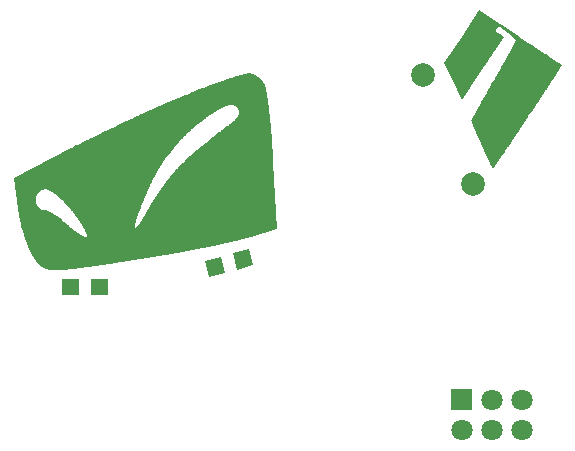
<source format=gts>
G04 Layer: TopSolderMaskLayer*
G04 EasyEDA v6.1.51, Thu, 20 Jun 2019 01:18:00 GMT*
G04 13a2db1834074896a0e2ff3160756fa7,fc2bddda97e04f84aaf3dc2e9cb20b51,10*
G04 Gerber Generator version 0.2*
G04 Scale: 100 percent, Rotated: No, Reflected: No *
G04 Dimensions in millimeters *
G04 leading zeros omitted , absolute positions ,3 integer and 3 decimal *
%FSLAX33Y33*%
%MOMM*%
G90*
G71D02*

%ADD18C,2.003196*%
%ADD19C,1.803197*%

%LPD*%

%LPD*%
G36*
G01X45239Y40945D02*
G01X41746Y43252D01*
G01X40259Y41021D01*
G01X38771Y38789D01*
G01X39543Y37284D01*
G01X40263Y35692D01*
G01X41885Y38092D01*
G01X41987Y38244D01*
G01X42089Y38394D01*
G01X42239Y38616D01*
G01X42288Y38689D01*
G01X42337Y38761D01*
G01X42385Y38833D01*
G01X42433Y38904D01*
G01X42480Y38974D01*
G01X42527Y39043D01*
G01X42573Y39112D01*
G01X42619Y39180D01*
G01X42664Y39247D01*
G01X42709Y39313D01*
G01X42753Y39378D01*
G01X42796Y39442D01*
G01X42838Y39505D01*
G01X42880Y39567D01*
G01X42921Y39628D01*
G01X42961Y39688D01*
G01X43001Y39746D01*
G01X43039Y39804D01*
G01X43077Y39860D01*
G01X43114Y39914D01*
G01X43150Y39968D01*
G01X43185Y40020D01*
G01X43219Y40070D01*
G01X43252Y40119D01*
G01X43284Y40167D01*
G01X43315Y40213D01*
G01X43344Y40257D01*
G01X43373Y40300D01*
G01X43401Y40341D01*
G01X43427Y40380D01*
G01X43452Y40418D01*
G01X43477Y40454D01*
G01X43499Y40488D01*
G01X43521Y40520D01*
G01X43541Y40550D01*
G01X43560Y40579D01*
G01X43578Y40605D01*
G01X43594Y40629D01*
G01X43609Y40652D01*
G01X43622Y40672D01*
G01X43644Y40705D01*
G01X43653Y40719D01*
G01X43661Y40730D01*
G01X43667Y40739D01*
G01X43827Y40987D01*
G01X43472Y41248D01*
G01X43391Y41308D01*
G01X43324Y41358D01*
G01X43270Y41402D01*
G01X43229Y41439D01*
G01X43200Y41472D01*
G01X43182Y41503D01*
G01X43176Y41533D01*
G01X43179Y41563D01*
G01X43191Y41596D01*
G01X43213Y41632D01*
G01X43242Y41675D01*
G01X43279Y41724D01*
G01X43441Y41939D01*
G01X44174Y41328D01*
G01X44906Y40718D01*
G01X44643Y40254D01*
G01X44635Y40240D01*
G01X44626Y40224D01*
G01X44616Y40206D01*
G01X44604Y40186D01*
G01X44592Y40165D01*
G01X44579Y40141D01*
G01X44564Y40115D01*
G01X44548Y40088D01*
G01X44532Y40058D01*
G01X44514Y40027D01*
G01X44495Y39995D01*
G01X44476Y39960D01*
G01X44455Y39924D01*
G01X44433Y39886D01*
G01X44411Y39846D01*
G01X44387Y39805D01*
G01X44363Y39762D01*
G01X44338Y39718D01*
G01X44312Y39672D01*
G01X44285Y39625D01*
G01X44257Y39576D01*
G01X44229Y39526D01*
G01X44199Y39475D01*
G01X44169Y39422D01*
G01X44139Y39368D01*
G01X44107Y39313D01*
G01X44075Y39256D01*
G01X44042Y39198D01*
G01X44008Y39139D01*
G01X43974Y39079D01*
G01X43939Y39018D01*
G01X43904Y38956D01*
G01X43867Y38892D01*
G01X43831Y38828D01*
G01X43794Y38763D01*
G01X43756Y38697D01*
G01X43718Y38629D01*
G01X43679Y38561D01*
G01X43639Y38492D01*
G01X43600Y38423D01*
G01X43559Y38352D01*
G01X43519Y38281D01*
G01X43478Y38209D01*
G01X43436Y38136D01*
G01X43395Y38063D01*
G01X43352Y37989D01*
G01X43310Y37914D01*
G01X43224Y37764D01*
G01X43181Y37688D01*
G01X43049Y37457D01*
G01X43005Y37379D01*
G01X42915Y37223D01*
G01X42871Y37144D01*
G01X42781Y36986D01*
G01X42735Y36907D01*
G01X42683Y36816D01*
G01X42632Y36725D01*
G01X42581Y36635D01*
G01X42530Y36546D01*
G01X42480Y36457D01*
G01X42430Y36369D01*
G01X42380Y36282D01*
G01X42332Y36196D01*
G01X42236Y36026D01*
G01X42189Y35943D01*
G01X42097Y35779D01*
G01X42052Y35699D01*
G01X42007Y35620D01*
G01X41921Y35466D01*
G01X41879Y35391D01*
G01X41838Y35317D01*
G01X41797Y35244D01*
G01X41758Y35173D01*
G01X41719Y35104D01*
G01X41681Y35035D01*
G01X41645Y34969D01*
G01X41609Y34904D01*
G01X41574Y34841D01*
G01X41540Y34779D01*
G01X41507Y34719D01*
G01X41475Y34661D01*
G01X41444Y34605D01*
G01X41415Y34551D01*
G01X41386Y34498D01*
G01X41359Y34448D01*
G01X41333Y34399D01*
G01X41308Y34353D01*
G01X41284Y34309D01*
G01X41261Y34266D01*
G01X41240Y34226D01*
G01X41220Y34189D01*
G01X41202Y34153D01*
G01X41184Y34120D01*
G01X41168Y34089D01*
G01X41141Y34035D01*
G01X41129Y34012D01*
G01X41119Y33991D01*
G01X41110Y33972D01*
G01X41103Y33957D01*
G01X41097Y33944D01*
G01X41093Y33933D01*
G01X41091Y33926D01*
G01X41090Y33921D01*
G01X41091Y33913D01*
G01X41094Y33901D01*
G01X41099Y33884D01*
G01X41105Y33863D01*
G01X41114Y33839D01*
G01X41124Y33811D01*
G01X41136Y33779D01*
G01X41150Y33743D01*
G01X41165Y33704D01*
G01X41182Y33662D01*
G01X41200Y33617D01*
G01X41220Y33569D01*
G01X41241Y33517D01*
G01X41264Y33463D01*
G01X41287Y33407D01*
G01X41312Y33348D01*
G01X41338Y33286D01*
G01X41365Y33222D01*
G01X41393Y33156D01*
G01X41422Y33088D01*
G01X41452Y33018D01*
G01X41483Y32946D01*
G01X41515Y32873D01*
G01X41548Y32798D01*
G01X41581Y32722D01*
G01X41615Y32644D01*
G01X41649Y32565D01*
G01X41684Y32485D01*
G01X41720Y32405D01*
G01X41755Y32323D01*
G01X41792Y32241D01*
G01X41828Y32158D01*
G01X41865Y32075D01*
G01X41902Y31991D01*
G01X41939Y31908D01*
G01X41977Y31824D01*
G01X42014Y31741D01*
G01X42051Y31657D01*
G01X42089Y31574D01*
G01X42163Y31410D01*
G01X42199Y31328D01*
G01X42236Y31248D01*
G01X42272Y31169D01*
G01X42307Y31090D01*
G01X42343Y31013D01*
G01X42377Y30937D01*
G01X42411Y30863D01*
G01X42445Y30790D01*
G01X42477Y30719D01*
G01X42510Y30649D01*
G01X42541Y30582D01*
G01X42571Y30517D01*
G01X42601Y30454D01*
G01X42629Y30393D01*
G01X42657Y30335D01*
G01X42683Y30279D01*
G01X42708Y30226D01*
G01X42732Y30176D01*
G01X42755Y30128D01*
G01X42777Y30084D01*
G01X42797Y30043D01*
G01X42816Y30006D01*
G01X42833Y29971D01*
G01X42849Y29941D01*
G01X42863Y29914D01*
G01X42876Y29891D01*
G01X42887Y29871D01*
G01X42896Y29856D01*
G01X42904Y29845D01*
G01X42909Y29839D01*
G01X42913Y29837D01*
G01X42915Y29838D01*
G01X42918Y29840D01*
G01X42922Y29845D01*
G01X42927Y29851D01*
G01X42933Y29860D01*
G01X42941Y29869D01*
G01X42950Y29881D01*
G01X42960Y29894D01*
G01X42971Y29909D01*
G01X42983Y29926D01*
G01X42996Y29945D01*
G01X43010Y29964D01*
G01X43025Y29986D01*
G01X43041Y30009D01*
G01X43059Y30034D01*
G01X43077Y30060D01*
G01X43096Y30088D01*
G01X43117Y30117D01*
G01X43138Y30148D01*
G01X43160Y30180D01*
G01X43183Y30213D01*
G01X43207Y30248D01*
G01X43232Y30284D01*
G01X43258Y30322D01*
G01X43284Y30361D01*
G01X43312Y30401D01*
G01X43340Y30443D01*
G01X43370Y30486D01*
G01X43400Y30530D01*
G01X43430Y30575D01*
G01X43462Y30621D01*
G01X43494Y30669D01*
G01X43527Y30718D01*
G01X43561Y30768D01*
G01X43596Y30819D01*
G01X43631Y30871D01*
G01X43667Y30924D01*
G01X43704Y30978D01*
G01X43741Y31034D01*
G01X43779Y31090D01*
G01X43818Y31147D01*
G01X43857Y31205D01*
G01X43897Y31264D01*
G01X43937Y31324D01*
G01X43978Y31385D01*
G01X44020Y31447D01*
G01X44062Y31510D01*
G01X44105Y31573D01*
G01X44148Y31637D01*
G01X44192Y31702D01*
G01X44236Y31768D01*
G01X44281Y31834D01*
G01X44326Y31902D01*
G01X44371Y31969D01*
G01X44417Y32038D01*
G01X44464Y32107D01*
G01X44510Y32177D01*
G01X44558Y32247D01*
G01X44605Y32318D01*
G01X44701Y32462D01*
G01X44848Y32681D01*
G01X44898Y32755D01*
G01X44947Y32830D01*
G01X44997Y32905D01*
G01X45048Y32980D01*
G01X45098Y33055D01*
G01X45200Y33207D01*
G01X45353Y33438D01*
G01X45457Y33592D01*
G01X45508Y33670D01*
G01X45872Y34216D01*
G01X45924Y34295D01*
G01X46236Y34763D01*
G01X46287Y34841D01*
G01X46339Y34918D01*
G01X46390Y34995D01*
G01X46441Y35073D01*
G01X46492Y35149D01*
G01X46543Y35226D01*
G01X46594Y35302D01*
G01X46694Y35454D01*
G01X46794Y35604D01*
G01X46843Y35679D01*
G01X46892Y35753D01*
G01X46941Y35826D01*
G01X46989Y35900D01*
G01X47038Y35972D01*
G01X47085Y36045D01*
G01X47133Y36116D01*
G01X47180Y36187D01*
G01X47226Y36258D01*
G01X47273Y36328D01*
G01X47318Y36397D01*
G01X47364Y36466D01*
G01X47409Y36534D01*
G01X47453Y36602D01*
G01X47541Y36734D01*
G01X47584Y36799D01*
G01X47626Y36864D01*
G01X47668Y36927D01*
G01X47709Y36990D01*
G01X47750Y37052D01*
G01X47830Y37174D01*
G01X47869Y37233D01*
G01X47945Y37349D01*
G01X47982Y37405D01*
G01X48018Y37461D01*
G01X48054Y37516D01*
G01X48089Y37569D01*
G01X48157Y37673D01*
G01X48190Y37723D01*
G01X48222Y37772D01*
G01X48253Y37820D01*
G01X48283Y37867D01*
G01X48313Y37912D01*
G01X48342Y37957D01*
G01X48370Y38000D01*
G01X48397Y38042D01*
G01X48449Y38122D01*
G01X48473Y38160D01*
G01X48497Y38196D01*
G01X48520Y38232D01*
G01X48541Y38266D01*
G01X48562Y38298D01*
G01X48582Y38329D01*
G01X48601Y38359D01*
G01X48619Y38387D01*
G01X48636Y38413D01*
G01X48651Y38439D01*
G01X48666Y38462D01*
G01X48680Y38484D01*
G01X48693Y38504D01*
G01X48704Y38523D01*
G01X48715Y38540D01*
G01X48724Y38556D01*
G01X48732Y38570D01*
G01X48739Y38582D01*
G01X48745Y38592D01*
G01X48750Y38601D01*
G01X48754Y38608D01*
G01X48756Y38613D01*
G01X48757Y38616D01*
G01X48757Y38618D01*
G01X48755Y38619D01*
G01X48746Y38625D01*
G01X48739Y38630D01*
G01X48729Y38637D01*
G01X48718Y38644D01*
G01X48704Y38653D01*
G01X48689Y38663D01*
G01X48672Y38675D01*
G01X48653Y38687D01*
G01X48632Y38701D01*
G01X48610Y38716D01*
G01X48586Y38732D01*
G01X48560Y38749D01*
G01X48532Y38767D01*
G01X48503Y38787D01*
G01X48472Y38807D01*
G01X48439Y38829D01*
G01X48405Y38852D01*
G01X48369Y38876D01*
G01X48331Y38900D01*
G01X48292Y38926D01*
G01X48252Y38953D01*
G01X48210Y38981D01*
G01X48167Y39009D01*
G01X48122Y39039D01*
G01X48028Y39101D01*
G01X47928Y39167D01*
G01X47876Y39202D01*
G01X47823Y39237D01*
G01X47769Y39273D01*
G01X47713Y39310D01*
G01X47656Y39347D01*
G01X47598Y39386D01*
G01X47539Y39425D01*
G01X47417Y39505D01*
G01X47354Y39547D01*
G01X47290Y39589D01*
G01X47225Y39632D01*
G01X47159Y39676D01*
G01X47092Y39720D01*
G01X47025Y39765D01*
G01X46956Y39810D01*
G01X46886Y39857D01*
G01X46815Y39903D01*
G01X46743Y39951D01*
G01X46597Y40047D01*
G01X46523Y40097D01*
G01X46448Y40146D01*
G01X46372Y40196D01*
G01X46218Y40298D01*
G01X46060Y40402D01*
G01X45981Y40455D01*
G01X45901Y40508D01*
G01X45820Y40561D01*
G01X45739Y40615D01*
G01X45657Y40669D01*
G01X45574Y40723D01*
G01X45491Y40778D01*
G01X45407Y40834D01*
G01X45323Y40889D01*
G01X45239Y40945D01*
G37*

%LPD*%
G36*
G01X22296Y37916D02*
G01X22239Y37918D01*
G01X22203Y37916D01*
G01X22182Y37914D01*
G01X22160Y37912D01*
G01X22137Y37909D01*
G01X22112Y37905D01*
G01X22086Y37901D01*
G01X22059Y37897D01*
G01X22030Y37892D01*
G01X22001Y37886D01*
G01X21970Y37880D01*
G01X21937Y37873D01*
G01X21904Y37865D01*
G01X21869Y37858D01*
G01X21833Y37849D01*
G01X21796Y37840D01*
G01X21758Y37830D01*
G01X21719Y37821D01*
G01X21678Y37810D01*
G01X21636Y37799D01*
G01X21594Y37787D01*
G01X21550Y37775D01*
G01X21505Y37763D01*
G01X21458Y37749D01*
G01X21412Y37736D01*
G01X21363Y37722D01*
G01X21314Y37707D01*
G01X21264Y37693D01*
G01X21213Y37677D01*
G01X21161Y37661D01*
G01X21108Y37645D01*
G01X21054Y37628D01*
G01X20999Y37611D01*
G01X20943Y37593D01*
G01X20886Y37575D01*
G01X20829Y37556D01*
G01X20770Y37538D01*
G01X20711Y37518D01*
G01X20651Y37499D01*
G01X20590Y37478D01*
G01X20528Y37458D01*
G01X20465Y37437D01*
G01X20402Y37415D01*
G01X20338Y37393D01*
G01X20273Y37372D01*
G01X20141Y37326D01*
G01X20074Y37303D01*
G01X20006Y37279D01*
G01X19868Y37231D01*
G01X19799Y37206D01*
G01X19729Y37182D01*
G01X19658Y37156D01*
G01X19514Y37104D01*
G01X19441Y37078D01*
G01X19368Y37051D01*
G01X19294Y37025D01*
G01X19145Y36970D01*
G01X19070Y36942D01*
G01X18994Y36914D01*
G01X18918Y36885D01*
G01X18841Y36857D01*
G01X18764Y36828D01*
G01X18609Y36769D01*
G01X18530Y36740D01*
G01X18452Y36710D01*
G01X18293Y36649D01*
G01X18053Y36556D01*
G01X17891Y36493D01*
G01X17729Y36429D01*
G01X17647Y36397D01*
G01X17566Y36365D01*
G01X17483Y36332D01*
G01X17402Y36300D01*
G01X17236Y36234D01*
G01X17154Y36200D01*
G01X16906Y36100D01*
G01X16823Y36065D01*
G01X16657Y35997D01*
G01X16610Y35978D01*
G01X16563Y35958D01*
G01X16467Y35919D01*
G01X16419Y35898D01*
G01X16322Y35858D01*
G01X16222Y35816D01*
G01X16122Y35773D01*
G01X16071Y35752D01*
G01X15969Y35708D01*
G01X15917Y35687D01*
G01X15865Y35664D01*
G01X15813Y35642D01*
G01X15760Y35619D01*
G01X15707Y35597D01*
G01X15654Y35574D01*
G01X15601Y35550D01*
G01X15493Y35504D01*
G01X15439Y35480D01*
G01X15274Y35409D01*
G01X15218Y35384D01*
G01X15163Y35360D01*
G01X15107Y35335D01*
G01X15051Y35311D01*
G01X14938Y35261D01*
G01X14881Y35236D01*
G01X14709Y35160D01*
G01X14651Y35134D01*
G01X14593Y35109D01*
G01X14535Y35083D01*
G01X14476Y35057D01*
G01X14418Y35031D01*
G01X14359Y35004D01*
G01X14300Y34978D01*
G01X14241Y34951D01*
G01X14181Y34925D01*
G01X14122Y34898D01*
G01X14062Y34872D01*
G01X14003Y34845D01*
G01X13943Y34817D01*
G01X13882Y34790D01*
G01X13701Y34708D01*
G01X13579Y34653D01*
G01X13457Y34597D01*
G01X13395Y34569D01*
G01X13335Y34541D01*
G01X13273Y34514D01*
G01X13211Y34486D01*
G01X13150Y34457D01*
G01X12840Y34315D01*
G01X12777Y34286D01*
G01X12715Y34257D01*
G01X12653Y34229D01*
G01X12465Y34142D01*
G01X12402Y34113D01*
G01X12340Y34084D01*
G01X12277Y34054D01*
G01X12214Y34025D01*
G01X12152Y33996D01*
G01X12089Y33967D01*
G01X12026Y33937D01*
G01X11900Y33879D01*
G01X11838Y33850D01*
G01X11712Y33791D01*
G01X11649Y33761D01*
G01X11523Y33702D01*
G01X11461Y33672D01*
G01X11398Y33642D01*
G01X11336Y33613D01*
G01X11210Y33553D01*
G01X11148Y33524D01*
G01X11085Y33494D01*
G01X10960Y33435D01*
G01X10897Y33405D01*
G01X10835Y33376D01*
G01X10711Y33316D01*
G01X10648Y33286D01*
G01X10586Y33257D01*
G01X10462Y33197D01*
G01X10401Y33168D01*
G01X10339Y33138D01*
G01X10216Y33079D01*
G01X10154Y33049D01*
G01X9850Y32902D01*
G01X9668Y32813D01*
G01X9488Y32726D01*
G01X9429Y32696D01*
G01X9310Y32639D01*
G01X9133Y32552D01*
G01X8959Y32465D01*
G01X8900Y32436D01*
G01X8728Y32351D01*
G01X8614Y32295D01*
G01X8557Y32266D01*
G01X8389Y32182D01*
G01X8334Y32154D01*
G01X8223Y32098D01*
G01X8168Y32071D01*
G01X8059Y32016D01*
G01X8006Y31989D01*
G01X7952Y31962D01*
G01X7898Y31934D01*
G01X7845Y31907D01*
G01X7793Y31881D01*
G01X7740Y31854D01*
G01X7688Y31827D01*
G01X7636Y31801D01*
G01X7482Y31722D01*
G01X7381Y31670D01*
G01X7331Y31644D01*
G01X7282Y31618D01*
G01X7232Y31593D01*
G01X7184Y31567D01*
G01X2342Y29047D01*
G01X2701Y26433D01*
G01X2709Y26369D01*
G01X2719Y26305D01*
G01X2728Y26241D01*
G01X2750Y26111D01*
G01X2761Y26045D01*
G01X2797Y25847D01*
G01X2810Y25779D01*
G01X2823Y25713D01*
G01X2837Y25645D01*
G01X2866Y25511D01*
G01X2880Y25444D01*
G01X2896Y25376D01*
G01X2927Y25241D01*
G01X2960Y25106D01*
G01X2977Y25038D01*
G01X2994Y24971D01*
G01X3047Y24770D01*
G01X3065Y24703D01*
G01X3103Y24570D01*
G01X3141Y24438D01*
G01X3181Y24308D01*
G01X3200Y24243D01*
G01X3241Y24115D01*
G01X3261Y24052D01*
G01X3303Y23927D01*
G01X3324Y23865D01*
G01X3346Y23804D01*
G01X3367Y23743D01*
G01X3388Y23683D01*
G01X3432Y23565D01*
G01X3454Y23507D01*
G01X3476Y23450D01*
G01X3520Y23338D01*
G01X3542Y23283D01*
G01X3565Y23229D01*
G01X3587Y23176D01*
G01X3609Y23124D01*
G01X3632Y23072D01*
G01X3654Y23022D01*
G01X3677Y22973D01*
G01X3699Y22924D01*
G01X3722Y22877D01*
G01X3744Y22831D01*
G01X3767Y22785D01*
G01X3790Y22741D01*
G01X3812Y22698D01*
G01X3834Y22656D01*
G01X3857Y22615D01*
G01X3880Y22576D01*
G01X3902Y22537D01*
G01X3946Y22465D01*
G01X3969Y22431D01*
G01X4003Y22378D01*
G01X4036Y22328D01*
G01X4070Y22279D01*
G01X4103Y22231D01*
G01X4135Y22184D01*
G01X4199Y22094D01*
G01X4231Y22052D01*
G01X4262Y22010D01*
G01X4294Y21969D01*
G01X4325Y21930D01*
G01X4387Y21856D01*
G01X4418Y21821D01*
G01X4450Y21787D01*
G01X4481Y21754D01*
G01X4513Y21722D01*
G01X4545Y21691D01*
G01X4577Y21661D01*
G01X4609Y21633D01*
G01X4642Y21605D01*
G01X4675Y21579D01*
G01X4709Y21554D01*
G01X4743Y21530D01*
G01X4777Y21507D01*
G01X4813Y21485D01*
G01X4849Y21464D01*
G01X4885Y21444D01*
G01X4923Y21425D01*
G01X4961Y21408D01*
G01X5000Y21390D01*
G01X5039Y21375D01*
G01X5080Y21360D01*
G01X5122Y21346D01*
G01X5165Y21333D01*
G01X5209Y21321D01*
G01X5253Y21310D01*
G01X5299Y21300D01*
G01X5395Y21282D01*
G01X5445Y21275D01*
G01X5496Y21268D01*
G01X5548Y21262D01*
G01X5602Y21257D01*
G01X5657Y21253D01*
G01X5714Y21250D01*
G01X5772Y21248D01*
G01X5832Y21246D01*
G01X5894Y21245D01*
G01X5957Y21245D01*
G01X6022Y21246D01*
G01X6089Y21247D01*
G01X6158Y21249D01*
G01X6229Y21252D01*
G01X6301Y21255D01*
G01X6375Y21260D01*
G01X6452Y21265D01*
G01X6530Y21270D01*
G01X6611Y21277D01*
G01X6694Y21284D01*
G01X6779Y21291D01*
G01X6866Y21299D01*
G01X6956Y21308D01*
G01X7047Y21318D01*
G01X7142Y21327D01*
G01X7239Y21338D01*
G01X7338Y21349D01*
G01X7440Y21361D01*
G01X7544Y21374D01*
G01X7651Y21386D01*
G01X7760Y21400D01*
G01X7872Y21413D01*
G01X7912Y21418D01*
G01X7951Y21423D01*
G01X7991Y21428D01*
G01X8033Y21434D01*
G01X8074Y21439D01*
G01X8116Y21444D01*
G01X8160Y21450D01*
G01X8203Y21455D01*
G01X8247Y21461D01*
G01X8338Y21474D01*
G01X8384Y21480D01*
G01X8478Y21492D01*
G01X8575Y21506D01*
G01X8624Y21512D01*
G01X8674Y21519D01*
G01X8723Y21526D01*
G01X8825Y21540D01*
G01X8877Y21547D01*
G01X8930Y21555D01*
G01X8983Y21562D01*
G01X9036Y21570D01*
G01X9090Y21577D01*
G01X9145Y21585D01*
G01X9199Y21593D01*
G01X9423Y21625D01*
G01X9481Y21634D01*
G01X9597Y21650D01*
G01X9655Y21659D01*
G01X9714Y21668D01*
G01X9833Y21685D01*
G01X9893Y21694D01*
G01X10076Y21721D01*
G01X10138Y21730D01*
G01X10200Y21740D01*
G01X10324Y21758D01*
G01X10387Y21768D01*
G01X10514Y21787D01*
G01X10642Y21806D01*
G01X10837Y21836D01*
G01X11033Y21866D01*
G01X11099Y21877D01*
G01X11232Y21897D01*
G01X11299Y21908D01*
G01X11433Y21928D01*
G01X11636Y21960D01*
G01X11704Y21971D01*
G01X11771Y21981D01*
G01X11840Y21992D01*
G01X11908Y22003D01*
G01X12045Y22024D01*
G01X12528Y22101D01*
G01X12598Y22112D01*
G01X12667Y22123D01*
G01X12737Y22134D01*
G01X12876Y22156D01*
G01X12945Y22168D01*
G01X13224Y22213D01*
G01X13294Y22225D01*
G01X13363Y22236D01*
G01X13433Y22247D01*
G01X13502Y22259D01*
G01X13572Y22270D01*
G01X13641Y22281D01*
G01X13710Y22293D01*
G01X13780Y22304D01*
G01X13849Y22315D01*
G01X13918Y22327D01*
G01X13987Y22338D01*
G01X14056Y22350D01*
G01X14125Y22361D01*
G01X14194Y22373D01*
G01X14263Y22384D01*
G01X14331Y22396D01*
G01X14399Y22407D01*
G01X14467Y22419D01*
G01X14603Y22441D01*
G01X14671Y22453D01*
G01X14739Y22464D01*
G01X14806Y22475D01*
G01X14873Y22487D01*
G01X15007Y22509D01*
G01X15073Y22521D01*
G01X15272Y22555D01*
G01X15337Y22566D01*
G01X15532Y22600D01*
G01X15597Y22611D01*
G01X15725Y22633D01*
G01X15788Y22645D01*
G01X15933Y22670D01*
G01X16007Y22683D01*
G01X16226Y22722D01*
G01X16300Y22736D01*
G01X16447Y22762D01*
G01X16521Y22776D01*
G01X16595Y22789D01*
G01X16669Y22803D01*
G01X16965Y22857D01*
G01X17039Y22872D01*
G01X17114Y22885D01*
G01X17188Y22900D01*
G01X17262Y22913D01*
G01X17336Y22928D01*
G01X17632Y22984D01*
G01X17706Y22999D01*
G01X17780Y23013D01*
G01X17927Y23042D01*
G01X18000Y23057D01*
G01X18074Y23071D01*
G01X18147Y23086D01*
G01X18220Y23100D01*
G01X18293Y23115D01*
G01X18366Y23129D01*
G01X18438Y23143D01*
G01X18511Y23158D01*
G01X18583Y23173D01*
G01X18655Y23187D01*
G01X18799Y23217D01*
G01X18941Y23246D01*
G01X19012Y23260D01*
G01X19083Y23275D01*
G01X19223Y23305D01*
G01X19292Y23319D01*
G01X19362Y23333D01*
G01X19431Y23348D01*
G01X19500Y23362D01*
G01X19568Y23377D01*
G01X19636Y23391D01*
G01X19704Y23406D01*
G01X19771Y23420D01*
G01X19838Y23435D01*
G01X19905Y23449D01*
G01X19971Y23464D01*
G01X20037Y23478D01*
G01X20102Y23492D01*
G01X20167Y23507D01*
G01X20232Y23521D01*
G01X20296Y23535D01*
G01X20485Y23577D01*
G01X20609Y23605D01*
G01X20670Y23618D01*
G01X20730Y23633D01*
G01X20790Y23646D01*
G01X20849Y23660D01*
G01X20909Y23673D01*
G01X20967Y23687D01*
G01X21025Y23700D01*
G01X21082Y23714D01*
G01X21195Y23740D01*
G01X21250Y23754D01*
G01X21305Y23766D01*
G01X21359Y23779D01*
G01X21465Y23805D01*
G01X21517Y23818D01*
G01X21569Y23830D01*
G01X21619Y23843D01*
G01X21670Y23855D01*
G01X21719Y23868D01*
G01X21768Y23880D01*
G01X21816Y23892D01*
G01X21863Y23904D01*
G01X21955Y23928D01*
G01X22000Y23940D01*
G01X22044Y23951D01*
G01X22087Y23962D01*
G01X22130Y23974D01*
G01X22172Y23985D01*
G01X22292Y24018D01*
G01X22330Y24028D01*
G01X22368Y24039D01*
G01X22404Y24049D01*
G01X22440Y24060D01*
G01X22475Y24070D01*
G01X22509Y24080D01*
G01X22542Y24090D01*
G01X22574Y24100D01*
G01X22606Y24109D01*
G01X22635Y24118D01*
G01X22665Y24127D01*
G01X24621Y24751D01*
G01X24325Y30326D01*
G01X24321Y30415D01*
G01X24315Y30503D01*
G01X24311Y30591D01*
G01X24306Y30680D01*
G01X24291Y30943D01*
G01X24279Y31119D01*
G01X24269Y31293D01*
G01X24258Y31467D01*
G01X24251Y31553D01*
G01X24246Y31640D01*
G01X24234Y31812D01*
G01X24228Y31897D01*
G01X24222Y31983D01*
G01X24215Y32068D01*
G01X24209Y32152D01*
G01X24203Y32237D01*
G01X24197Y32321D01*
G01X24190Y32405D01*
G01X24184Y32488D01*
G01X24171Y32654D01*
G01X24157Y32818D01*
G01X24144Y32980D01*
G01X24137Y33061D01*
G01X24131Y33141D01*
G01X24123Y33221D01*
G01X24117Y33300D01*
G01X24110Y33379D01*
G01X24103Y33457D01*
G01X24095Y33535D01*
G01X24088Y33612D01*
G01X24067Y33840D01*
G01X24060Y33915D01*
G01X24052Y33989D01*
G01X24045Y34063D01*
G01X24038Y34136D01*
G01X24030Y34209D01*
G01X24023Y34280D01*
G01X24016Y34352D01*
G01X24008Y34423D01*
G01X24001Y34492D01*
G01X23993Y34562D01*
G01X23978Y34698D01*
G01X23971Y34765D01*
G01X23963Y34832D01*
G01X23956Y34897D01*
G01X23948Y34962D01*
G01X23941Y35026D01*
G01X23933Y35090D01*
G01X23925Y35152D01*
G01X23918Y35214D01*
G01X23910Y35275D01*
G01X23902Y35334D01*
G01X23895Y35394D01*
G01X23887Y35452D01*
G01X23880Y35510D01*
G01X23872Y35567D01*
G01X23865Y35622D01*
G01X23857Y35677D01*
G01X23850Y35731D01*
G01X23842Y35784D01*
G01X23834Y35836D01*
G01X23827Y35887D01*
G01X23819Y35937D01*
G01X23811Y35986D01*
G01X23804Y36034D01*
G01X23796Y36082D01*
G01X23789Y36127D01*
G01X23782Y36173D01*
G01X23774Y36217D01*
G01X23767Y36260D01*
G01X23759Y36302D01*
G01X23752Y36343D01*
G01X23744Y36382D01*
G01X23737Y36421D01*
G01X23730Y36459D01*
G01X23722Y36495D01*
G01X23715Y36530D01*
G01X23708Y36564D01*
G01X23701Y36597D01*
G01X23693Y36629D01*
G01X23686Y36660D01*
G01X23672Y36718D01*
G01X23665Y36745D01*
G01X23651Y36795D01*
G01X23644Y36818D01*
G01X23637Y36840D01*
G01X23631Y36860D01*
G01X23624Y36880D01*
G01X23617Y36898D01*
G01X23610Y36915D01*
G01X23584Y36974D01*
G01X23555Y37033D01*
G01X23523Y37090D01*
G01X23489Y37146D01*
G01X23452Y37201D01*
G01X23413Y37255D01*
G01X23372Y37308D01*
G01X23329Y37358D01*
G01X23284Y37408D01*
G01X23237Y37455D01*
G01X23189Y37501D01*
G01X23138Y37545D01*
G01X23087Y37587D01*
G01X23035Y37627D01*
G01X22981Y37665D01*
G01X22926Y37701D01*
G01X22870Y37734D01*
G01X22814Y37765D01*
G01X22757Y37793D01*
G01X22699Y37819D01*
G01X22642Y37841D01*
G01X22584Y37862D01*
G01X22526Y37879D01*
G01X22468Y37893D01*
G01X22410Y37904D01*
G01X22353Y37912D01*
G01X22296Y37916D01*
G37*

%LPC*%
G36*
G01X5065Y28085D02*
G01X5036Y28086D01*
G01X4979Y28084D01*
G01X4924Y28078D01*
G01X4870Y28068D01*
G01X4817Y28055D01*
G01X4765Y28038D01*
G01X4715Y28017D01*
G01X4666Y27994D01*
G01X4619Y27967D01*
G01X4575Y27937D01*
G01X4531Y27904D01*
G01X4491Y27869D01*
G01X4452Y27831D01*
G01X4416Y27790D01*
G01X4382Y27747D01*
G01X4351Y27702D01*
G01X4323Y27655D01*
G01X4297Y27606D01*
G01X4274Y27554D01*
G01X4255Y27502D01*
G01X4239Y27448D01*
G01X4226Y27392D01*
G01X4217Y27335D01*
G01X4211Y27277D01*
G01X4209Y27218D01*
G01X4212Y27147D01*
G01X4218Y27077D01*
G01X4229Y27009D01*
G01X4244Y26944D01*
G01X4264Y26880D01*
G01X4286Y26819D01*
G01X4312Y26761D01*
G01X4342Y26706D01*
G01X4375Y26653D01*
G01X4411Y26604D01*
G01X4450Y26559D01*
G01X4491Y26517D01*
G01X4535Y26480D01*
G01X4581Y26446D01*
G01X4629Y26418D01*
G01X4679Y26394D01*
G01X4731Y26374D01*
G01X4785Y26361D01*
G01X4840Y26352D01*
G01X4896Y26349D01*
G01X4925Y26348D01*
G01X4956Y26345D01*
G01X4989Y26340D01*
G01X5024Y26333D01*
G01X5061Y26324D01*
G01X5099Y26312D01*
G01X5139Y26300D01*
G01X5181Y26285D01*
G01X5223Y26268D01*
G01X5268Y26250D01*
G01X5313Y26230D01*
G01X5360Y26208D01*
G01X5408Y26185D01*
G01X5457Y26160D01*
G01X5508Y26134D01*
G01X5560Y26106D01*
G01X5611Y26076D01*
G01X5665Y26046D01*
G01X5719Y26014D01*
G01X5773Y25980D01*
G01X5829Y25945D01*
G01X5885Y25909D01*
G01X5941Y25872D01*
G01X6055Y25794D01*
G01X6113Y25753D01*
G01X6171Y25711D01*
G01X6230Y25669D01*
G01X6288Y25625D01*
G01X6404Y25535D01*
G01X6463Y25488D01*
G01X6521Y25441D01*
G01X6637Y25345D01*
G01X6694Y25295D01*
G01X6751Y25246D01*
G01X6808Y25195D01*
G01X6864Y25144D01*
G01X6919Y25092D01*
G01X6989Y25028D01*
G01X7057Y24966D01*
G01X7126Y24905D01*
G01X7194Y24845D01*
G01X7261Y24787D01*
G01X7328Y24731D01*
G01X7394Y24677D01*
G01X7459Y24625D01*
G01X7524Y24575D01*
G01X7587Y24526D01*
G01X7650Y24480D01*
G01X7711Y24436D01*
G01X7771Y24394D01*
G01X7829Y24354D01*
G01X7886Y24316D01*
G01X7941Y24281D01*
G01X7994Y24249D01*
G01X8046Y24219D01*
G01X8096Y24191D01*
G01X8144Y24167D01*
G01X8189Y24144D01*
G01X8232Y24125D01*
G01X8273Y24108D01*
G01X8311Y24094D01*
G01X8347Y24084D01*
G01X8380Y24076D01*
G01X8411Y24072D01*
G01X8439Y24070D01*
G01X8463Y24072D01*
G01X8485Y24077D01*
G01X8503Y24085D01*
G01X8519Y24097D01*
G01X8528Y24109D01*
G01X8535Y24124D01*
G01X8539Y24143D01*
G01X8542Y24164D01*
G01X8541Y24187D01*
G01X8538Y24214D01*
G01X8533Y24243D01*
G01X8526Y24275D01*
G01X8517Y24309D01*
G01X8505Y24345D01*
G01X8491Y24385D01*
G01X8475Y24426D01*
G01X8457Y24469D01*
G01X8436Y24515D01*
G01X8415Y24562D01*
G01X8390Y24612D01*
G01X8364Y24663D01*
G01X8336Y24717D01*
G01X8306Y24772D01*
G01X8274Y24829D01*
G01X8241Y24887D01*
G01X8206Y24948D01*
G01X8169Y25009D01*
G01X8131Y25072D01*
G01X8090Y25137D01*
G01X8049Y25203D01*
G01X8006Y25270D01*
G01X7960Y25338D01*
G01X7914Y25407D01*
G01X7867Y25478D01*
G01X7818Y25549D01*
G01X7767Y25621D01*
G01X7716Y25694D01*
G01X7663Y25768D01*
G01X7609Y25842D01*
G01X7553Y25917D01*
G01X7497Y25993D01*
G01X7381Y26145D01*
G01X7321Y26222D01*
G01X7271Y26286D01*
G01X7220Y26349D01*
G01X7168Y26412D01*
G01X7116Y26474D01*
G01X7064Y26535D01*
G01X6958Y26657D01*
G01X6905Y26716D01*
G01X6851Y26775D01*
G01X6798Y26833D01*
G01X6743Y26889D01*
G01X6689Y26946D01*
G01X6635Y27001D01*
G01X6581Y27055D01*
G01X6473Y27161D01*
G01X6419Y27212D01*
G01X6365Y27262D01*
G01X6311Y27311D01*
G01X6258Y27359D01*
G01X6205Y27406D01*
G01X6152Y27451D01*
G01X6100Y27496D01*
G01X5996Y27580D01*
G01X5945Y27620D01*
G01X5895Y27659D01*
G01X5845Y27696D01*
G01X5796Y27732D01*
G01X5747Y27766D01*
G01X5699Y27799D01*
G01X5652Y27830D01*
G01X5606Y27860D01*
G01X5560Y27888D01*
G01X5515Y27914D01*
G01X5472Y27939D01*
G01X5429Y27962D01*
G01X5387Y27983D01*
G01X5347Y28002D01*
G01X5307Y28019D01*
G01X5269Y28034D01*
G01X5231Y28048D01*
G01X5195Y28059D01*
G01X5161Y28069D01*
G01X5128Y28076D01*
G01X5096Y28082D01*
G01X5065Y28085D01*
G37*
G36*
G01X20783Y35228D02*
G01X20747Y35228D01*
G01X20711Y35227D01*
G01X20673Y35224D01*
G01X20634Y35220D01*
G01X20595Y35215D01*
G01X20555Y35207D01*
G01X20513Y35199D01*
G01X20471Y35189D01*
G01X20427Y35177D01*
G01X20382Y35164D01*
G01X20337Y35150D01*
G01X20290Y35134D01*
G01X20242Y35117D01*
G01X20193Y35098D01*
G01X20143Y35077D01*
G01X20092Y35056D01*
G01X20040Y35032D01*
G01X19986Y35007D01*
G01X19931Y34981D01*
G01X19876Y34953D01*
G01X19819Y34924D01*
G01X19761Y34893D01*
G01X19702Y34861D01*
G01X19641Y34827D01*
G01X19579Y34791D01*
G01X19516Y34754D01*
G01X19452Y34716D01*
G01X19387Y34676D01*
G01X19320Y34634D01*
G01X19252Y34591D01*
G01X19183Y34547D01*
G01X19113Y34500D01*
G01X19041Y34453D01*
G01X18968Y34403D01*
G01X18894Y34352D01*
G01X18818Y34300D01*
G01X18741Y34246D01*
G01X18663Y34190D01*
G01X18583Y34133D01*
G01X18502Y34074D01*
G01X18420Y34014D01*
G01X18336Y33952D01*
G01X18250Y33888D01*
G01X18164Y33823D01*
G01X18076Y33756D01*
G01X18033Y33723D01*
G01X17989Y33689D01*
G01X17946Y33654D01*
G01X17901Y33619D01*
G01X17858Y33583D01*
G01X17813Y33547D01*
G01X17769Y33510D01*
G01X17679Y33435D01*
G01X17635Y33396D01*
G01X17545Y33318D01*
G01X17500Y33278D01*
G01X17454Y33237D01*
G01X17409Y33196D01*
G01X17363Y33155D01*
G01X17318Y33112D01*
G01X17273Y33070D01*
G01X17181Y32984D01*
G01X17044Y32851D01*
G01X16952Y32761D01*
G01X16907Y32715D01*
G01X16815Y32623D01*
G01X16770Y32576D01*
G01X16678Y32482D01*
G01X16633Y32434D01*
G01X16587Y32386D01*
G01X16542Y32337D01*
G01X16497Y32289D01*
G01X16362Y32142D01*
G01X16317Y32092D01*
G01X16272Y32043D01*
G01X16228Y31992D01*
G01X16183Y31943D01*
G01X16140Y31892D01*
G01X16095Y31841D01*
G01X15964Y31689D01*
G01X15921Y31638D01*
G01X15879Y31587D01*
G01X15836Y31535D01*
G01X15793Y31484D01*
G01X15751Y31433D01*
G01X15667Y31329D01*
G01X15626Y31278D01*
G01X15543Y31174D01*
G01X15463Y31070D01*
G01X15422Y31018D01*
G01X15383Y30966D01*
G01X15305Y30863D01*
G01X15266Y30811D01*
G01X15228Y30759D01*
G01X15190Y30708D01*
G01X15152Y30656D01*
G01X15115Y30604D01*
G01X15078Y30553D01*
G01X15042Y30501D01*
G01X15006Y30451D01*
G01X14971Y30399D01*
G01X14936Y30348D01*
G01X14901Y30298D01*
G01X14867Y30247D01*
G01X14800Y30146D01*
G01X14704Y29996D01*
G01X14642Y29898D01*
G01X14582Y29800D01*
G01X14553Y29752D01*
G01X14524Y29703D01*
G01X14496Y29655D01*
G01X14469Y29608D01*
G01X14442Y29560D01*
G01X14390Y29467D01*
G01X14365Y29420D01*
G01X14317Y29328D01*
G01X14271Y29238D01*
G01X14240Y29175D01*
G01X14209Y29111D01*
G01X14146Y28982D01*
G01X14115Y28917D01*
G01X14083Y28852D01*
G01X14021Y28720D01*
G01X13989Y28653D01*
G01X13958Y28587D01*
G01X13865Y28386D01*
G01X13834Y28318D01*
G01X13804Y28250D01*
G01X13773Y28182D01*
G01X13743Y28115D01*
G01X13712Y28047D01*
G01X13682Y27979D01*
G01X13653Y27911D01*
G01X13593Y27775D01*
G01X13564Y27708D01*
G01X13535Y27640D01*
G01X13448Y27439D01*
G01X13364Y27239D01*
G01X13338Y27173D01*
G01X13310Y27107D01*
G01X13284Y27042D01*
G01X13231Y26913D01*
G01X13205Y26848D01*
G01X13130Y26659D01*
G01X13083Y26535D01*
G01X13036Y26414D01*
G01X13013Y26355D01*
G01X12991Y26296D01*
G01X12970Y26238D01*
G01X12948Y26180D01*
G01X12928Y26123D01*
G01X12907Y26068D01*
G01X12869Y25958D01*
G01X12850Y25905D01*
G01X12814Y25801D01*
G01X12797Y25750D01*
G01X12765Y25652D01*
G01X12749Y25604D01*
G01X12735Y25558D01*
G01X12720Y25512D01*
G01X12707Y25468D01*
G01X12694Y25425D01*
G01X12682Y25383D01*
G01X12671Y25342D01*
G01X12659Y25302D01*
G01X12649Y25264D01*
G01X12640Y25227D01*
G01X12631Y25191D01*
G01X12620Y25146D01*
G01X12611Y25104D01*
G01X12604Y25065D01*
G01X12598Y25029D01*
G01X12593Y24996D01*
G01X12590Y24966D01*
G01X12588Y24938D01*
G01X12588Y24892D01*
G01X12591Y24873D01*
G01X12594Y24857D01*
G01X12599Y24844D01*
G01X12606Y24833D01*
G01X12613Y24825D01*
G01X12622Y24820D01*
G01X12632Y24818D01*
G01X12644Y24818D01*
G01X12656Y24821D01*
G01X12670Y24827D01*
G01X12685Y24836D01*
G01X12701Y24847D01*
G01X12718Y24860D01*
G01X12737Y24876D01*
G01X12756Y24896D01*
G01X12777Y24917D01*
G01X12800Y24941D01*
G01X12822Y24967D01*
G01X12846Y24996D01*
G01X12872Y25028D01*
G01X12898Y25062D01*
G01X12925Y25098D01*
G01X12954Y25137D01*
G01X12982Y25179D01*
G01X13013Y25222D01*
G01X13044Y25268D01*
G01X13076Y25317D01*
G01X13109Y25368D01*
G01X13143Y25421D01*
G01X13179Y25477D01*
G01X13215Y25535D01*
G01X13251Y25595D01*
G01X13289Y25657D01*
G01X13327Y25722D01*
G01X13367Y25789D01*
G01X13407Y25858D01*
G01X13448Y25929D01*
G01X13490Y26003D01*
G01X13532Y26079D01*
G01X13576Y26156D01*
G01X13619Y26237D01*
G01X13665Y26319D01*
G01X13710Y26403D01*
G01X13737Y26453D01*
G01X13765Y26503D01*
G01X13793Y26554D01*
G01X13822Y26605D01*
G01X13881Y26709D01*
G01X13911Y26761D01*
G01X13942Y26814D01*
G01X14005Y26919D01*
G01X14070Y27026D01*
G01X14137Y27134D01*
G01X14171Y27188D01*
G01X14206Y27243D01*
G01X14276Y27352D01*
G01X14311Y27407D01*
G01X14347Y27462D01*
G01X14384Y27517D01*
G01X14458Y27628D01*
G01X14533Y27739D01*
G01X14571Y27795D01*
G01X14610Y27850D01*
G01X14727Y28018D01*
G01X14767Y28073D01*
G01X14806Y28129D01*
G01X14846Y28185D01*
G01X14886Y28240D01*
G01X14927Y28296D01*
G01X14968Y28351D01*
G01X15050Y28462D01*
G01X15091Y28517D01*
G01X15133Y28572D01*
G01X15174Y28627D01*
G01X15258Y28737D01*
G01X15426Y28953D01*
G01X15512Y29060D01*
G01X15554Y29112D01*
G01X15597Y29165D01*
G01X15682Y29270D01*
G01X15725Y29322D01*
G01X15767Y29373D01*
G01X15853Y29475D01*
G01X15939Y29576D01*
G01X16023Y29674D01*
G01X16109Y29772D01*
G01X16151Y29820D01*
G01X16235Y29914D01*
G01X16277Y29960D01*
G01X16320Y30006D01*
G01X16361Y30052D01*
G01X16403Y30096D01*
G01X16444Y30141D01*
G01X16486Y30185D01*
G01X16527Y30228D01*
G01X16567Y30270D01*
G01X16609Y30312D01*
G01X16649Y30354D01*
G01X16729Y30435D01*
G01X16809Y30513D01*
G01X16848Y30551D01*
G01X16926Y30625D01*
G01X16965Y30661D01*
G01X17003Y30696D01*
G01X17040Y30731D01*
G01X17078Y30764D01*
G01X17116Y30798D01*
G01X17212Y30882D01*
G01X17261Y30925D01*
G01X17311Y30968D01*
G01X17412Y31056D01*
G01X17463Y31099D01*
G01X17514Y31143D01*
G01X17618Y31232D01*
G01X17670Y31277D01*
G01X17723Y31321D01*
G01X17829Y31411D01*
G01X17883Y31456D01*
G01X17936Y31501D01*
G01X18044Y31592D01*
G01X18099Y31637D01*
G01X18152Y31682D01*
G01X18262Y31772D01*
G01X18370Y31862D01*
G01X18479Y31952D01*
G01X18534Y31996D01*
G01X18588Y32041D01*
G01X18696Y32129D01*
G01X18751Y32173D01*
G01X18805Y32217D01*
G01X18858Y32260D01*
G01X18912Y32303D01*
G01X19018Y32389D01*
G01X19071Y32431D01*
G01X19175Y32515D01*
G01X19279Y32597D01*
G01X19432Y32717D01*
G01X19481Y32756D01*
G01X19531Y32794D01*
G01X19579Y32833D01*
G01X19628Y32870D01*
G01X19676Y32908D01*
G01X19770Y32980D01*
G01X19862Y33050D01*
G01X19906Y33085D01*
G01X19951Y33118D01*
G01X19994Y33151D01*
G01X20038Y33183D01*
G01X20080Y33215D01*
G01X20121Y33246D01*
G01X20162Y33276D01*
G01X20201Y33305D01*
G01X20240Y33333D01*
G01X20278Y33361D01*
G01X20316Y33388D01*
G01X20352Y33415D01*
G01X20388Y33440D01*
G01X20422Y33465D01*
G01X20456Y33488D01*
G01X20534Y33544D01*
G01X20610Y33599D01*
G01X20681Y33652D01*
G01X20749Y33705D01*
G01X20814Y33757D01*
G01X20876Y33808D01*
G01X20934Y33859D01*
G01X20989Y33908D01*
G01X21040Y33957D01*
G01X21088Y34005D01*
G01X21133Y34052D01*
G01X21174Y34098D01*
G01X21213Y34144D01*
G01X21247Y34189D01*
G01X21279Y34234D01*
G01X21307Y34278D01*
G01X21332Y34321D01*
G01X21354Y34363D01*
G01X21373Y34405D01*
G01X21388Y34447D01*
G01X21401Y34488D01*
G01X21409Y34529D01*
G01X21415Y34569D01*
G01X21418Y34609D01*
G01X21417Y34648D01*
G01X21413Y34686D01*
G01X21407Y34725D01*
G01X21396Y34763D01*
G01X21383Y34801D01*
G01X21367Y34838D01*
G01X21348Y34876D01*
G01X21325Y34913D01*
G01X21300Y34949D01*
G01X21271Y34986D01*
G01X21239Y35023D01*
G01X21205Y35059D01*
G01X21183Y35079D01*
G01X21160Y35099D01*
G01X21136Y35118D01*
G01X21086Y35150D01*
G01X21060Y35164D01*
G01X21033Y35177D01*
G01X21005Y35188D01*
G01X20976Y35198D01*
G01X20946Y35207D01*
G01X20915Y35214D01*
G01X20883Y35220D01*
G01X20851Y35224D01*
G01X20817Y35227D01*
G01X20783Y35228D01*
G37*

%LPD*%
G54D18*
G01X36969Y37751D03*
G01X41262Y28542D03*
G54D19*
G01X45339Y7747D03*
G01X45339Y10287D03*
G01X42799Y7747D03*
G01X42799Y10287D03*
G01X40259Y7747D03*
G36*
G01X39357Y9385D02*
G01X39357Y11188D01*
G01X41160Y11188D01*
G01X41160Y9385D01*
G01X39357Y9385D01*
G37*
G36*
G01X21275Y21300D02*
G01X20909Y22666D01*
G01X22275Y23032D01*
G01X22641Y21666D01*
G01X21275Y21300D01*
G37*
G36*
G01X18872Y20655D02*
G01X18506Y22021D01*
G01X19872Y22387D01*
G01X20238Y21021D01*
G01X18872Y20655D01*
G37*
G36*
G01X8920Y19103D02*
G01X8920Y20518D01*
G01X10332Y20518D01*
G01X10335Y19103D01*
G01X8920Y19103D01*
G37*
G36*
G01X6431Y19103D02*
G01X6428Y20518D01*
G01X7846Y20518D01*
G01X7846Y19103D01*
G01X6431Y19103D01*
G37*
M00*
M02*

</source>
